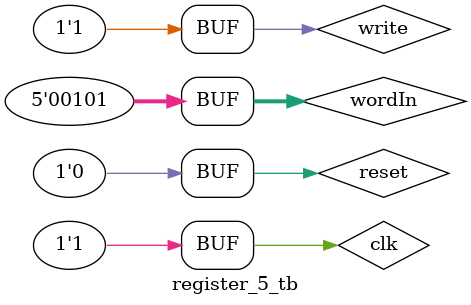
<source format=v>
module register_5 (wordOut, wordIn, write, reset, clk);
	input write, reset, clk;
	input [4:0] wordIn;
	output reg [4:0] wordOut;

	always @(posedge clk, posedge reset) begin

		if(reset) wordOut <= 4'd0;

		else if(write) wordOut <= wordIn;

	end

endmodule

module register_5_tb ();
	reg write, reset, clk;
	reg [4:0] wordIn;
	wire [4:0] wordOut;

	register_5 testReg (wordOut, wordIn, write, reset, clk);

	initial begin

		$monitor("In: %h, Out: %h", wordIn, wordOut);

		#5 reset <= 1;

		#5 wordIn <= 4'd5;

		write <= 1;
		reset <= 0;
		#5 clk <= 1;

	end

endmodule

</source>
